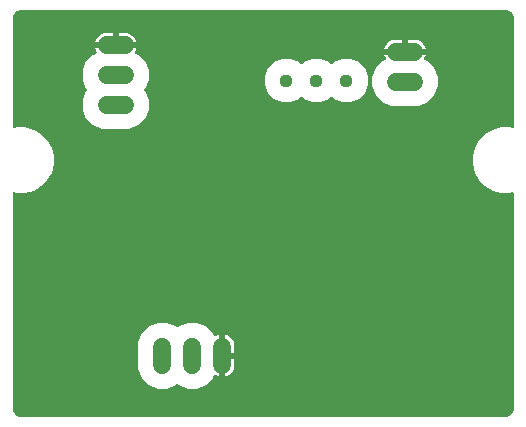
<source format=gbr>
G04 EAGLE Gerber RS-274X export*
G75*
%MOMM*%
%FSLAX34Y34*%
%LPD*%
%INBottom Copper*%
%IPPOS*%
%AMOC8*
5,1,8,0,0,1.08239X$1,22.5*%
G01*
%ADD10C,1.524000*%
%ADD11C,1.117600*%
%ADD12P,0.818720X8X22.500000*%

G36*
X430022Y12703D02*
X430022Y12703D01*
X430100Y12705D01*
X431043Y12779D01*
X431111Y12793D01*
X431180Y12797D01*
X431336Y12837D01*
X433130Y13420D01*
X433237Y13471D01*
X433348Y13514D01*
X433399Y13547D01*
X433418Y13555D01*
X433433Y13568D01*
X433484Y13600D01*
X435010Y14709D01*
X435097Y14791D01*
X435188Y14866D01*
X435227Y14913D01*
X435242Y14927D01*
X435253Y14944D01*
X435291Y14990D01*
X436400Y16516D01*
X436457Y16620D01*
X436521Y16721D01*
X436543Y16777D01*
X436553Y16795D01*
X436558Y16815D01*
X436580Y16870D01*
X437163Y18664D01*
X437176Y18732D01*
X437198Y18798D01*
X437221Y18957D01*
X437295Y19900D01*
X437294Y19922D01*
X437299Y20000D01*
X437299Y201624D01*
X437284Y201749D01*
X437274Y201874D01*
X437264Y201906D01*
X437259Y201939D01*
X437213Y202056D01*
X437173Y202175D01*
X437155Y202204D01*
X437142Y202235D01*
X437069Y202337D01*
X437000Y202442D01*
X436975Y202465D01*
X436956Y202492D01*
X436859Y202573D01*
X436766Y202658D01*
X436737Y202674D01*
X436711Y202695D01*
X436597Y202749D01*
X436486Y202808D01*
X436453Y202816D01*
X436423Y202831D01*
X436299Y202854D01*
X436177Y202884D01*
X436144Y202884D01*
X436111Y202891D01*
X435985Y202883D01*
X435859Y202882D01*
X435811Y202872D01*
X435793Y202871D01*
X435773Y202864D01*
X435701Y202850D01*
X433647Y202299D01*
X426353Y202299D01*
X419308Y204187D01*
X412991Y207834D01*
X407834Y212991D01*
X404187Y219308D01*
X402299Y226353D01*
X402299Y233647D01*
X404187Y240692D01*
X407834Y247009D01*
X412991Y252166D01*
X419308Y255813D01*
X426353Y257701D01*
X433647Y257701D01*
X435701Y257150D01*
X435826Y257133D01*
X435950Y257109D01*
X435983Y257112D01*
X436017Y257107D01*
X436142Y257121D01*
X436267Y257129D01*
X436299Y257140D01*
X436332Y257143D01*
X436450Y257189D01*
X436569Y257227D01*
X436598Y257245D01*
X436629Y257257D01*
X436732Y257330D01*
X436838Y257397D01*
X436861Y257422D01*
X436889Y257442D01*
X436970Y257537D01*
X437056Y257629D01*
X437072Y257659D01*
X437094Y257684D01*
X437149Y257797D01*
X437210Y257908D01*
X437218Y257940D01*
X437233Y257971D01*
X437258Y258094D01*
X437289Y258215D01*
X437292Y258264D01*
X437296Y258282D01*
X437295Y258304D01*
X437299Y258376D01*
X437299Y350000D01*
X437297Y350022D01*
X437295Y350100D01*
X437221Y351043D01*
X437207Y351111D01*
X437203Y351180D01*
X437163Y351336D01*
X436580Y353130D01*
X436529Y353237D01*
X436486Y353348D01*
X436453Y353399D01*
X436445Y353418D01*
X436432Y353433D01*
X436400Y353484D01*
X435291Y355010D01*
X435209Y355097D01*
X435134Y355188D01*
X435087Y355227D01*
X435073Y355242D01*
X435056Y355253D01*
X435010Y355291D01*
X433484Y356400D01*
X433380Y356457D01*
X433279Y356521D01*
X433223Y356543D01*
X433205Y356553D01*
X433185Y356558D01*
X433130Y356580D01*
X431336Y357163D01*
X431268Y357176D01*
X431202Y357198D01*
X431043Y357221D01*
X430100Y357295D01*
X430078Y357294D01*
X430000Y357299D01*
X20000Y357299D01*
X19978Y357297D01*
X19900Y357295D01*
X18957Y357221D01*
X18889Y357207D01*
X18820Y357203D01*
X18664Y357163D01*
X16870Y356580D01*
X16763Y356529D01*
X16652Y356486D01*
X16601Y356453D01*
X16582Y356445D01*
X16567Y356432D01*
X16516Y356400D01*
X14990Y355291D01*
X14903Y355209D01*
X14812Y355134D01*
X14773Y355087D01*
X14758Y355073D01*
X14747Y355056D01*
X14709Y355010D01*
X13600Y353484D01*
X13543Y353380D01*
X13479Y353279D01*
X13457Y353223D01*
X13447Y353205D01*
X13442Y353185D01*
X13420Y353130D01*
X12837Y351336D01*
X12824Y351268D01*
X12802Y351202D01*
X12779Y351043D01*
X12705Y350100D01*
X12706Y350078D01*
X12701Y350000D01*
X12701Y258376D01*
X12716Y258252D01*
X12726Y258126D01*
X12736Y258094D01*
X12741Y258061D01*
X12787Y257944D01*
X12827Y257825D01*
X12845Y257796D01*
X12858Y257765D01*
X12931Y257663D01*
X13000Y257558D01*
X13025Y257535D01*
X13044Y257508D01*
X13141Y257428D01*
X13234Y257342D01*
X13263Y257326D01*
X13289Y257305D01*
X13403Y257251D01*
X13514Y257192D01*
X13547Y257184D01*
X13577Y257169D01*
X13700Y257146D01*
X13823Y257116D01*
X13856Y257116D01*
X13889Y257110D01*
X14015Y257117D01*
X14141Y257118D01*
X14189Y257128D01*
X14207Y257129D01*
X14227Y257136D01*
X14298Y257150D01*
X16353Y257701D01*
X23647Y257701D01*
X30692Y255813D01*
X37009Y252166D01*
X42166Y247009D01*
X45813Y240692D01*
X47701Y233647D01*
X47701Y226353D01*
X45813Y219308D01*
X42166Y212991D01*
X37009Y207834D01*
X30692Y204187D01*
X23647Y202299D01*
X16353Y202299D01*
X14298Y202850D01*
X14174Y202867D01*
X14050Y202890D01*
X14017Y202888D01*
X13983Y202893D01*
X13858Y202879D01*
X13733Y202871D01*
X13701Y202860D01*
X13667Y202856D01*
X13550Y202811D01*
X13431Y202773D01*
X13402Y202755D01*
X13371Y202743D01*
X13268Y202670D01*
X13162Y202603D01*
X13139Y202578D01*
X13111Y202558D01*
X13030Y202463D01*
X12944Y202371D01*
X12928Y202341D01*
X12906Y202316D01*
X12851Y202202D01*
X12790Y202092D01*
X12782Y202060D01*
X12767Y202029D01*
X12742Y201906D01*
X12711Y201784D01*
X12708Y201736D01*
X12704Y201718D01*
X12705Y201696D01*
X12701Y201624D01*
X12701Y20000D01*
X12703Y19978D01*
X12705Y19900D01*
X12779Y18957D01*
X12793Y18889D01*
X12797Y18820D01*
X12837Y18664D01*
X13420Y16870D01*
X13471Y16763D01*
X13514Y16652D01*
X13547Y16601D01*
X13555Y16582D01*
X13568Y16567D01*
X13600Y16516D01*
X14709Y14990D01*
X14790Y14904D01*
X14866Y14812D01*
X14913Y14773D01*
X14927Y14758D01*
X14944Y14747D01*
X14990Y14709D01*
X16516Y13600D01*
X16620Y13543D01*
X16721Y13479D01*
X16777Y13457D01*
X16795Y13447D01*
X16815Y13442D01*
X16870Y13420D01*
X18664Y12837D01*
X18732Y12824D01*
X18798Y12802D01*
X18957Y12779D01*
X19900Y12705D01*
X19922Y12706D01*
X20000Y12701D01*
X430000Y12701D01*
X430022Y12703D01*
G37*
%LPC*%
G36*
X135558Y36659D02*
X135558Y36659D01*
X128089Y39753D01*
X122373Y45469D01*
X119279Y52938D01*
X119279Y76262D01*
X122373Y83731D01*
X128089Y89447D01*
X135558Y92541D01*
X143642Y92541D01*
X151111Y89447D01*
X151402Y89155D01*
X151497Y89082D01*
X151586Y89004D01*
X151622Y88985D01*
X151654Y88960D01*
X151763Y88913D01*
X151869Y88859D01*
X151908Y88850D01*
X151946Y88834D01*
X152063Y88815D01*
X152179Y88789D01*
X152220Y88791D01*
X152260Y88784D01*
X152378Y88795D01*
X152497Y88799D01*
X152536Y88810D01*
X152576Y88814D01*
X152688Y88854D01*
X152803Y88887D01*
X152838Y88908D01*
X152876Y88922D01*
X152974Y88988D01*
X153077Y89049D01*
X153122Y89089D01*
X153139Y89100D01*
X153152Y89115D01*
X153197Y89155D01*
X153489Y89447D01*
X160958Y92541D01*
X169042Y92541D01*
X176511Y89447D01*
X182227Y83731D01*
X183168Y81460D01*
X183222Y81365D01*
X183268Y81266D01*
X183300Y81227D01*
X183325Y81184D01*
X183401Y81105D01*
X183471Y81021D01*
X183512Y80991D01*
X183547Y80955D01*
X183640Y80898D01*
X183728Y80834D01*
X183775Y80815D01*
X183818Y80789D01*
X183922Y80757D01*
X184024Y80717D01*
X184073Y80710D01*
X184122Y80695D01*
X184231Y80690D01*
X184339Y80676D01*
X184389Y80683D01*
X184439Y80680D01*
X184546Y80702D01*
X184655Y80716D01*
X184701Y80734D01*
X184751Y80745D01*
X184849Y80793D01*
X184950Y80833D01*
X185017Y80875D01*
X185036Y80884D01*
X185049Y80895D01*
X185066Y80906D01*
X186500Y81636D01*
X187861Y82079D01*
X187861Y65870D01*
X187876Y65752D01*
X187883Y65633D01*
X187896Y65595D01*
X187901Y65555D01*
X187944Y65444D01*
X187981Y65331D01*
X188003Y65297D01*
X188018Y65259D01*
X188088Y65163D01*
X188151Y65062D01*
X188181Y65034D01*
X188204Y65002D01*
X188296Y64926D01*
X188383Y64844D01*
X188418Y64825D01*
X188449Y64799D01*
X188557Y64748D01*
X188661Y64691D01*
X188701Y64680D01*
X188737Y64663D01*
X188854Y64641D01*
X188969Y64611D01*
X189030Y64607D01*
X189050Y64603D01*
X189070Y64605D01*
X189130Y64601D01*
X190401Y64601D01*
X190401Y64599D01*
X189130Y64599D01*
X189012Y64584D01*
X188893Y64577D01*
X188855Y64564D01*
X188814Y64559D01*
X188704Y64515D01*
X188591Y64479D01*
X188556Y64457D01*
X188519Y64442D01*
X188423Y64372D01*
X188322Y64309D01*
X188294Y64279D01*
X188261Y64255D01*
X188186Y64164D01*
X188104Y64077D01*
X188084Y64042D01*
X188059Y64010D01*
X188008Y63903D01*
X187950Y63798D01*
X187940Y63759D01*
X187923Y63723D01*
X187901Y63606D01*
X187871Y63491D01*
X187867Y63430D01*
X187863Y63410D01*
X187865Y63390D01*
X187861Y63330D01*
X187861Y47121D01*
X186500Y47564D01*
X185023Y48316D01*
X184991Y48334D01*
X184899Y48394D01*
X184852Y48410D01*
X184808Y48434D01*
X184702Y48462D01*
X184599Y48497D01*
X184549Y48501D01*
X184500Y48514D01*
X184391Y48514D01*
X184282Y48522D01*
X184232Y48514D01*
X184182Y48514D01*
X184076Y48487D01*
X183968Y48468D01*
X183923Y48447D01*
X183874Y48435D01*
X183778Y48382D01*
X183678Y48337D01*
X183639Y48306D01*
X183595Y48282D01*
X183515Y48207D01*
X183430Y48139D01*
X183400Y48099D01*
X183363Y48064D01*
X183304Y47972D01*
X183239Y47885D01*
X183204Y47814D01*
X183192Y47796D01*
X183187Y47780D01*
X183168Y47740D01*
X182227Y45469D01*
X176511Y39753D01*
X169042Y36659D01*
X160958Y36659D01*
X153489Y39753D01*
X153197Y40045D01*
X153103Y40118D01*
X153014Y40196D01*
X152978Y40215D01*
X152946Y40240D01*
X152837Y40287D01*
X152731Y40341D01*
X152691Y40350D01*
X152654Y40366D01*
X152537Y40385D01*
X152421Y40411D01*
X152380Y40409D01*
X152340Y40416D01*
X152221Y40405D01*
X152103Y40401D01*
X152064Y40390D01*
X152024Y40386D01*
X151911Y40346D01*
X151797Y40313D01*
X151762Y40292D01*
X151724Y40278D01*
X151626Y40212D01*
X151523Y40151D01*
X151478Y40111D01*
X151461Y40100D01*
X151448Y40085D01*
X151402Y40045D01*
X151111Y39753D01*
X143642Y36659D01*
X135558Y36659D01*
G37*
%LPD*%
%LPC*%
G36*
X88338Y256379D02*
X88338Y256379D01*
X80869Y259473D01*
X75153Y265189D01*
X72059Y272658D01*
X72059Y280742D01*
X75153Y288211D01*
X75445Y288503D01*
X75517Y288596D01*
X75596Y288686D01*
X75606Y288705D01*
X75616Y288717D01*
X75623Y288733D01*
X75640Y288754D01*
X75687Y288863D01*
X75741Y288969D01*
X75747Y288995D01*
X75751Y289004D01*
X75754Y289018D01*
X75766Y289046D01*
X75785Y289163D01*
X75811Y289279D01*
X75810Y289310D01*
X75811Y289317D01*
X75810Y289326D01*
X75816Y289360D01*
X75805Y289479D01*
X75801Y289597D01*
X75792Y289630D01*
X75791Y289634D01*
X75789Y289640D01*
X75786Y289676D01*
X75746Y289789D01*
X75713Y289903D01*
X75694Y289934D01*
X75693Y289937D01*
X75691Y289940D01*
X75678Y289976D01*
X75612Y290074D01*
X75551Y290177D01*
X75511Y290222D01*
X75500Y290239D01*
X75485Y290252D01*
X75445Y290298D01*
X75153Y290589D01*
X72059Y298058D01*
X72059Y306142D01*
X75153Y313611D01*
X80869Y319327D01*
X83140Y320268D01*
X83235Y320322D01*
X83334Y320368D01*
X83373Y320400D01*
X83416Y320425D01*
X83495Y320501D01*
X83579Y320571D01*
X83609Y320612D01*
X83645Y320647D01*
X83702Y320740D01*
X83766Y320828D01*
X83785Y320875D01*
X83811Y320918D01*
X83843Y321022D01*
X83883Y321124D01*
X83890Y321173D01*
X83905Y321222D01*
X83910Y321331D01*
X83924Y321439D01*
X83917Y321489D01*
X83920Y321539D01*
X83898Y321646D01*
X83884Y321755D01*
X83866Y321801D01*
X83855Y321851D01*
X83807Y321949D01*
X83767Y322050D01*
X83725Y322117D01*
X83716Y322136D01*
X83705Y322149D01*
X83694Y322166D01*
X82964Y323600D01*
X82521Y324961D01*
X98730Y324961D01*
X98848Y324976D01*
X98967Y324983D01*
X99005Y324996D01*
X99045Y325001D01*
X99156Y325044D01*
X99269Y325081D01*
X99303Y325103D01*
X99341Y325118D01*
X99437Y325188D01*
X99538Y325251D01*
X99566Y325281D01*
X99598Y325304D01*
X99674Y325396D01*
X99756Y325483D01*
X99775Y325518D01*
X99801Y325549D01*
X99852Y325657D01*
X99909Y325761D01*
X99920Y325801D01*
X99937Y325837D01*
X99959Y325954D01*
X99989Y326069D01*
X99993Y326130D01*
X99997Y326150D01*
X99995Y326170D01*
X99999Y326230D01*
X99999Y327501D01*
X100001Y327501D01*
X100001Y326230D01*
X100016Y326112D01*
X100023Y325993D01*
X100036Y325955D01*
X100041Y325914D01*
X100085Y325804D01*
X100121Y325691D01*
X100143Y325656D01*
X100158Y325619D01*
X100228Y325523D01*
X100291Y325422D01*
X100321Y325394D01*
X100345Y325361D01*
X100436Y325286D01*
X100523Y325204D01*
X100558Y325184D01*
X100590Y325159D01*
X100697Y325108D01*
X100802Y325050D01*
X100841Y325040D01*
X100877Y325023D01*
X100994Y325001D01*
X101109Y324971D01*
X101170Y324967D01*
X101190Y324963D01*
X101210Y324965D01*
X101270Y324961D01*
X117479Y324961D01*
X117036Y323600D01*
X116284Y322124D01*
X116266Y322091D01*
X116206Y321999D01*
X116190Y321952D01*
X116166Y321908D01*
X116138Y321802D01*
X116103Y321699D01*
X116099Y321649D01*
X116086Y321600D01*
X116086Y321490D01*
X116078Y321382D01*
X116086Y321332D01*
X116086Y321282D01*
X116113Y321176D01*
X116132Y321068D01*
X116153Y321022D01*
X116165Y320974D01*
X116218Y320878D01*
X116263Y320778D01*
X116294Y320739D01*
X116318Y320695D01*
X116393Y320615D01*
X116461Y320530D01*
X116501Y320500D01*
X116536Y320463D01*
X116628Y320404D01*
X116715Y320339D01*
X116786Y320304D01*
X116804Y320292D01*
X116821Y320287D01*
X116860Y320268D01*
X119131Y319327D01*
X124847Y313611D01*
X127941Y306142D01*
X127941Y298058D01*
X124847Y290589D01*
X124555Y290298D01*
X124482Y290203D01*
X124404Y290114D01*
X124386Y290080D01*
X124384Y290078D01*
X124383Y290076D01*
X124360Y290046D01*
X124313Y289937D01*
X124259Y289831D01*
X124251Y289794D01*
X124249Y289790D01*
X124248Y289787D01*
X124234Y289754D01*
X124215Y289637D01*
X124189Y289521D01*
X124190Y289485D01*
X124189Y289478D01*
X124189Y289472D01*
X124184Y289440D01*
X124195Y289322D01*
X124199Y289203D01*
X124208Y289172D01*
X124209Y289160D01*
X124211Y289152D01*
X124214Y289124D01*
X124254Y289012D01*
X124287Y288897D01*
X124302Y288873D01*
X124307Y288858D01*
X124313Y288847D01*
X124322Y288824D01*
X124388Y288726D01*
X124449Y288623D01*
X124471Y288598D01*
X124477Y288589D01*
X124489Y288577D01*
X124500Y288561D01*
X124515Y288548D01*
X124555Y288503D01*
X124847Y288211D01*
X127941Y280742D01*
X127941Y272658D01*
X124847Y265189D01*
X119131Y259473D01*
X111662Y256379D01*
X88338Y256379D01*
G37*
%LPD*%
%LPC*%
G36*
X240962Y279011D02*
X240962Y279011D01*
X234240Y281796D01*
X229096Y286940D01*
X226311Y293662D01*
X226311Y300938D01*
X229096Y307660D01*
X234240Y312804D01*
X240962Y315589D01*
X248238Y315589D01*
X254960Y312804D01*
X256402Y311362D01*
X256497Y311289D01*
X256586Y311210D01*
X256622Y311192D01*
X256654Y311167D01*
X256763Y311119D01*
X256869Y311065D01*
X256908Y311056D01*
X256946Y311040D01*
X257063Y311022D01*
X257179Y310996D01*
X257220Y310997D01*
X257260Y310991D01*
X257378Y311002D01*
X257497Y311005D01*
X257536Y311017D01*
X257576Y311020D01*
X257689Y311061D01*
X257803Y311094D01*
X257837Y311114D01*
X257876Y311128D01*
X257974Y311195D01*
X258077Y311255D01*
X258122Y311295D01*
X258139Y311307D01*
X258152Y311322D01*
X258197Y311362D01*
X259640Y312804D01*
X266362Y315589D01*
X273638Y315589D01*
X280360Y312804D01*
X281802Y311362D01*
X281897Y311289D01*
X281986Y311210D01*
X282022Y311192D01*
X282054Y311167D01*
X282163Y311119D01*
X282269Y311065D01*
X282308Y311056D01*
X282346Y311040D01*
X282463Y311022D01*
X282579Y310996D01*
X282620Y310997D01*
X282660Y310991D01*
X282778Y311002D01*
X282897Y311005D01*
X282936Y311017D01*
X282976Y311020D01*
X283089Y311061D01*
X283203Y311094D01*
X283237Y311114D01*
X283276Y311128D01*
X283374Y311195D01*
X283477Y311255D01*
X283522Y311295D01*
X283539Y311307D01*
X283552Y311322D01*
X283597Y311362D01*
X285040Y312804D01*
X291762Y315589D01*
X299038Y315589D01*
X305760Y312804D01*
X310904Y307660D01*
X313689Y300938D01*
X313689Y293662D01*
X310904Y286940D01*
X305760Y281796D01*
X299038Y279011D01*
X291762Y279011D01*
X285040Y281796D01*
X283597Y283238D01*
X283503Y283311D01*
X283414Y283390D01*
X283378Y283408D01*
X283346Y283433D01*
X283237Y283481D01*
X283131Y283535D01*
X283092Y283544D01*
X283054Y283560D01*
X282937Y283578D01*
X282821Y283604D01*
X282780Y283603D01*
X282740Y283609D01*
X282622Y283598D01*
X282503Y283595D01*
X282464Y283583D01*
X282424Y283580D01*
X282312Y283539D01*
X282197Y283506D01*
X282162Y283486D01*
X282124Y283472D01*
X282026Y283405D01*
X281923Y283345D01*
X281878Y283305D01*
X281861Y283293D01*
X281848Y283278D01*
X281802Y283238D01*
X280360Y281796D01*
X273638Y279011D01*
X266362Y279011D01*
X259640Y281796D01*
X258197Y283238D01*
X258103Y283311D01*
X258014Y283390D01*
X257978Y283408D01*
X257946Y283433D01*
X257837Y283481D01*
X257731Y283535D01*
X257692Y283544D01*
X257654Y283560D01*
X257537Y283578D01*
X257421Y283604D01*
X257380Y283603D01*
X257340Y283609D01*
X257222Y283598D01*
X257103Y283595D01*
X257064Y283583D01*
X257024Y283580D01*
X256912Y283539D01*
X256797Y283506D01*
X256762Y283486D01*
X256724Y283472D01*
X256626Y283405D01*
X256523Y283345D01*
X256478Y283305D01*
X256461Y283293D01*
X256448Y283278D01*
X256402Y283238D01*
X254960Y281796D01*
X248238Y279011D01*
X240962Y279011D01*
G37*
%LPD*%
%LPC*%
G36*
X333338Y276279D02*
X333338Y276279D01*
X325869Y279373D01*
X320153Y285089D01*
X317059Y292558D01*
X317059Y300642D01*
X320153Y308111D01*
X325869Y313827D01*
X328140Y314768D01*
X328235Y314822D01*
X328334Y314868D01*
X328373Y314900D01*
X328416Y314925D01*
X328495Y315002D01*
X328579Y315071D01*
X328609Y315112D01*
X328645Y315147D01*
X328702Y315240D01*
X328766Y315328D01*
X328785Y315375D01*
X328811Y315418D01*
X328843Y315522D01*
X328884Y315624D01*
X328890Y315674D01*
X328905Y315722D01*
X328910Y315831D01*
X328924Y315939D01*
X328917Y315989D01*
X328920Y316039D01*
X328898Y316146D01*
X328884Y316255D01*
X328866Y316302D01*
X328855Y316351D01*
X328807Y316449D01*
X328767Y316551D01*
X328725Y316617D01*
X328716Y316636D01*
X328705Y316650D01*
X328694Y316666D01*
X327964Y318100D01*
X327521Y319461D01*
X343730Y319461D01*
X343848Y319476D01*
X343967Y319483D01*
X344005Y319496D01*
X344045Y319501D01*
X344156Y319544D01*
X344269Y319581D01*
X344303Y319603D01*
X344341Y319618D01*
X344437Y319688D01*
X344538Y319751D01*
X344566Y319781D01*
X344598Y319804D01*
X344674Y319896D01*
X344756Y319983D01*
X344775Y320018D01*
X344801Y320049D01*
X344852Y320157D01*
X344909Y320261D01*
X344920Y320301D01*
X344937Y320337D01*
X344959Y320454D01*
X344989Y320569D01*
X344993Y320630D01*
X344997Y320650D01*
X344995Y320670D01*
X344999Y320730D01*
X344999Y322001D01*
X345001Y322001D01*
X345001Y320730D01*
X345016Y320612D01*
X345023Y320493D01*
X345036Y320455D01*
X345041Y320414D01*
X345085Y320304D01*
X345121Y320191D01*
X345143Y320156D01*
X345158Y320119D01*
X345228Y320023D01*
X345291Y319922D01*
X345321Y319894D01*
X345345Y319861D01*
X345436Y319786D01*
X345523Y319704D01*
X345558Y319684D01*
X345590Y319659D01*
X345697Y319608D01*
X345802Y319550D01*
X345841Y319540D01*
X345877Y319523D01*
X345994Y319501D01*
X346109Y319471D01*
X346170Y319467D01*
X346190Y319463D01*
X346210Y319465D01*
X346270Y319461D01*
X362479Y319461D01*
X362036Y318100D01*
X361284Y316623D01*
X361266Y316591D01*
X361206Y316499D01*
X361190Y316452D01*
X361166Y316408D01*
X361138Y316302D01*
X361103Y316199D01*
X361099Y316149D01*
X361086Y316100D01*
X361086Y315991D01*
X361078Y315882D01*
X361086Y315832D01*
X361086Y315782D01*
X361113Y315676D01*
X361132Y315568D01*
X361153Y315523D01*
X361165Y315474D01*
X361218Y315378D01*
X361263Y315278D01*
X361294Y315239D01*
X361318Y315195D01*
X361393Y315115D01*
X361461Y315030D01*
X361501Y315000D01*
X361536Y314963D01*
X361628Y314904D01*
X361715Y314839D01*
X361786Y314804D01*
X361804Y314792D01*
X361820Y314787D01*
X361860Y314768D01*
X364131Y313827D01*
X369847Y308111D01*
X372941Y300642D01*
X372941Y292558D01*
X369847Y285089D01*
X364131Y279373D01*
X356662Y276279D01*
X333338Y276279D01*
G37*
%LPD*%
%LPC*%
G36*
X347539Y324539D02*
X347539Y324539D01*
X347539Y332161D01*
X353420Y332161D01*
X354999Y331911D01*
X356520Y331416D01*
X357945Y330690D01*
X359239Y329750D01*
X360370Y328619D01*
X361310Y327325D01*
X362036Y325900D01*
X362479Y324539D01*
X347539Y324539D01*
G37*
%LPD*%
%LPC*%
G36*
X102539Y330039D02*
X102539Y330039D01*
X102539Y337661D01*
X108420Y337661D01*
X109999Y337411D01*
X111520Y336916D01*
X112945Y336190D01*
X114239Y335250D01*
X115370Y334119D01*
X116310Y332825D01*
X117036Y331400D01*
X117479Y330039D01*
X102539Y330039D01*
G37*
%LPD*%
%LPC*%
G36*
X192939Y67139D02*
X192939Y67139D01*
X192939Y82079D01*
X194300Y81636D01*
X195725Y80910D01*
X197019Y79970D01*
X198150Y78839D01*
X199090Y77545D01*
X199816Y76120D01*
X200311Y74599D01*
X200561Y73020D01*
X200561Y67139D01*
X192939Y67139D01*
G37*
%LPD*%
%LPC*%
G36*
X327521Y324539D02*
X327521Y324539D01*
X327964Y325900D01*
X328690Y327325D01*
X329630Y328619D01*
X330761Y329750D01*
X332055Y330690D01*
X333480Y331416D01*
X335001Y331911D01*
X336580Y332161D01*
X342461Y332161D01*
X342461Y324539D01*
X327521Y324539D01*
G37*
%LPD*%
%LPC*%
G36*
X82521Y330039D02*
X82521Y330039D01*
X82964Y331400D01*
X83690Y332825D01*
X84630Y334119D01*
X85761Y335250D01*
X87055Y336190D01*
X88480Y336916D01*
X90001Y337411D01*
X91580Y337661D01*
X97461Y337661D01*
X97461Y330039D01*
X82521Y330039D01*
G37*
%LPD*%
%LPC*%
G36*
X192939Y62061D02*
X192939Y62061D01*
X200561Y62061D01*
X200561Y56180D01*
X200311Y54601D01*
X199816Y53080D01*
X199090Y51655D01*
X198150Y50361D01*
X197019Y49230D01*
X195725Y48290D01*
X194300Y47564D01*
X192939Y47121D01*
X192939Y62061D01*
G37*
%LPD*%
D10*
X107620Y327500D02*
X92380Y327500D01*
X92380Y302100D02*
X107620Y302100D01*
X107620Y276700D02*
X92380Y276700D01*
X337380Y322000D02*
X352620Y322000D01*
X352620Y296600D02*
X337380Y296600D01*
D11*
X244600Y297300D03*
X270000Y297300D03*
X295400Y297300D03*
D10*
X139600Y72220D02*
X139600Y56980D01*
X165000Y56980D02*
X165000Y72220D01*
X190400Y72220D02*
X190400Y56980D01*
D12*
X250000Y230000D03*
X240000Y230000D03*
X240000Y140000D03*
X250000Y140000D03*
X350000Y200000D03*
X340000Y200000D03*
M02*

</source>
